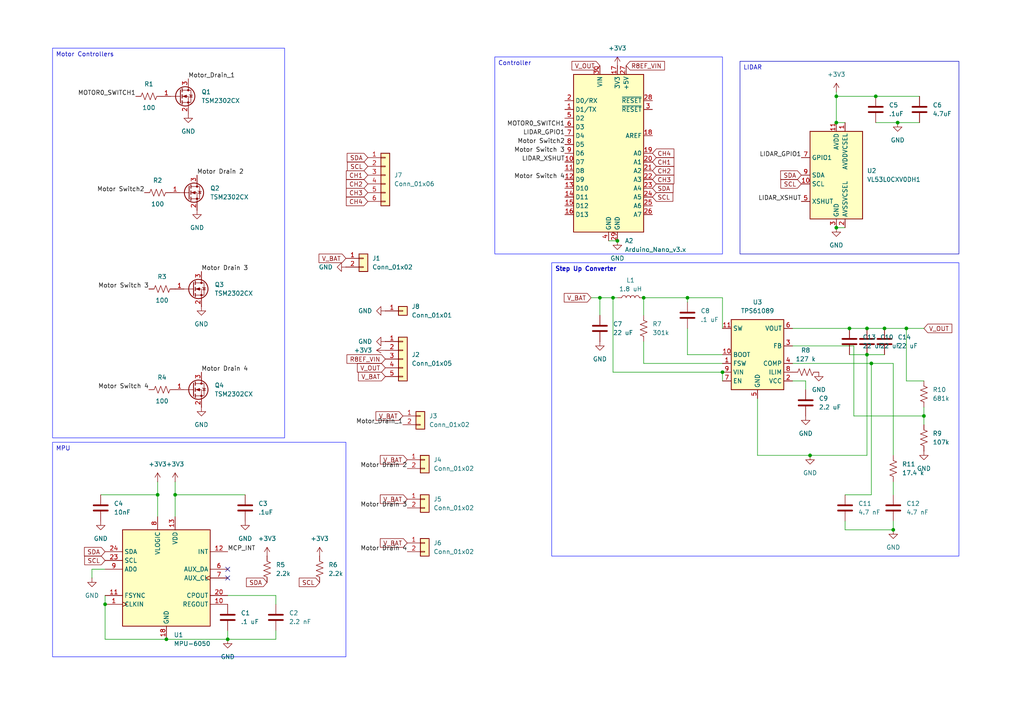
<source format=kicad_sch>
(kicad_sch (version 20250114) (generator "eeschema") (generator_version "9.0")
  (paper "A4")
  (lib_symbols
    (symbol "Connector_Generic:Conn_01x01" (pin_names (offset 1.016) (hide yes))
      (property "Reference" "J" (at 0 2.54 0))
      (property "Value" "Conn_01x01" (at 0 -2.54 0))
      (symbol "Conn_01x01_1_1"
        (rectangle (start -1.27 1.27) (end 1.27 -1.27) (stroke (width 0.254)) (fill (type background)))
        (rectangle (start -1.27 0.127) (end 0 -0.127) (stroke (width 0.1524)))
        (pin passive line (at -5.08 0 0) (length 3.81) (name "Pin_1") (number "1"))
      )
    )
    (symbol "Connector_Generic:Conn_01x02" (pin_names (offset 1.016) (hide yes))
      (property "Reference" "J" (at 0 2.54 0))
      (property "Value" "Conn_01x02" (at 0 -5.08 0))
      (symbol "Conn_01x02_1_1"
        (rectangle (start -1.27 1.27) (end 1.27 -3.81) (stroke (width 0.254)) (fill (type background)))
        (rectangle (start -1.27 0.127) (end 0 -0.127) (stroke (width 0.1524)))
        (rectangle (start -1.27 -2.413) (end 0 -2.667) (stroke (width 0.1524)))
        (pin passive line (at -5.08 0 0) (length 3.81) (name "Pin_1") (number "1"))
        (pin passive line (at -5.08 -2.54 0) (length 3.81) (name "Pin_2") (number "2"))
      )
    )
    (symbol "Connector_Generic:Conn_01x05" (pin_names (offset 1.016) (hide yes))
      (property "Reference" "J" (at 0 7.62 0))
      (property "Value" "Conn_01x05" (at 0 -7.62 0))
      (symbol "Conn_01x05_1_1"
        (rectangle (start -1.27 6.35) (end 1.27 -6.35) (stroke (width 0.254)) (fill (type background)))
        (rectangle (start -1.27 5.207) (end 0 4.953) (stroke (width 0.1524)))
        (rectangle (start -1.27 2.667) (end 0 2.413) (stroke (width 0.1524)))
        (rectangle (start -1.27 0.127) (end 0 -0.127) (stroke (width 0.1524)))
        (rectangle (start -1.27 -2.413) (end 0 -2.667) (stroke (width 0.1524)))
        (rectangle (start -1.27 -4.953) (end 0 -5.207) (stroke (width 0.1524)))
        (pin passive line (at -5.08 5.08 0) (length 3.81) (name "Pin_1") (number "1"))
        (pin passive line (at -5.08 2.54 0) (length 3.81) (name "Pin_2") (number "2"))
        (pin passive line (at -5.08 0 0) (length 3.81) (name "Pin_3") (number "3"))
        (pin passive line (at -5.08 -2.54 0) (length 3.81) (name "Pin_4") (number "4"))
        (pin passive line (at -5.08 -5.08 0) (length 3.81) (name "Pin_5") (number "5"))
      )
    )
    (symbol "Connector_Generic:Conn_01x06" (pin_names (offset 1.016) (hide yes))
      (property "Reference" "J" (at 0 7.62 0))
      (property "Value" "Conn_01x06" (at 0 -10.16 0))
      (symbol "Conn_01x06_1_1"
        (rectangle (start -1.27 6.35) (end 1.27 -8.89) (stroke (width 0.254)) (fill (type background)))
        (rectangle (start -1.27 5.207) (end 0 4.953) (stroke (width 0.1524)))
        (rectangle (start -1.27 2.667) (end 0 2.413) (stroke (width 0.1524)))
        (rectangle (start -1.27 0.127) (end 0 -0.127) (stroke (width 0.1524)))
        (rectangle (start -1.27 -2.413) (end 0 -2.667) (stroke (width 0.1524)))
        (rectangle (start -1.27 -4.953) (end 0 -5.207) (stroke (width 0.1524)))
        (rectangle (start -1.27 -7.493) (end 0 -7.747) (stroke (width 0.1524)))
        (pin passive line (at -5.08 5.08 0) (length 3.81) (name "Pin_1") (number "1"))
        (pin passive line (at -5.08 2.54 0) (length 3.81) (name "Pin_2") (number "2"))
        (pin passive line (at -5.08 0 0) (length 3.81) (name "Pin_3") (number "3"))
        (pin passive line (at -5.08 -2.54 0) (length 3.81) (name "Pin_4") (number "4"))
        (pin passive line (at -5.08 -5.08 0) (length 3.81) (name "Pin_5") (number "5"))
        (pin passive line (at -5.08 -7.62 0) (length 3.81) (name "Pin_6") (number "6"))
      )
    )
    (symbol "Device:C" (pin_numbers (hide yes)) (pin_names (offset 0.254))
      (property "Reference" "C" (at 0.635 2.54 0))
      (property "Value" "C" (at 0.635 -2.54 0))
      (symbol "C_0_1"
        (polyline (pts (xy -2.032 0.762) (xy 2.032 0.762)) (stroke (width 0.508)))
        (polyline (pts (xy -2.032 -0.762) (xy 2.032 -0.762)) (stroke (width 0.508)))
      )
      (symbol "C_1_1"
        (pin passive line (at 0 3.81 270) (length 2.794) (name "~") (number "1"))
        (pin passive line (at 0 -3.81 90) (length 2.794) (name "~") (number "2"))
      )
    )
    (symbol "Device:L" (pin_numbers (hide yes)) (pin_names (offset 1.016) (hide yes))
      (property "Reference" "L" (at -1.27 0 90))
      (property "Value" "L" (at 1.905 0 90))
      (symbol "L_0_1"
        (arc (start 0 2.54) (mid 0.6323 1.905) (end 0 1.27))
        (arc (start 0 1.27) (mid 0.6323 0.635) (end 0 0))
        (arc (start 0 0) (mid 0.6323 -0.635) (end 0 -1.27))
        (arc (start 0 -1.27) (mid 0.6323 -1.905) (end 0 -2.54))
      )
      (symbol "L_1_1"
        (pin passive line (at 0 3.81 270) (length 1.27) (name "1") (number "1"))
        (pin passive line (at 0 -3.81 90) (length 1.27) (name "2") (number "2"))
      )
    )
    (symbol "Device:R_US" (pin_numbers (hide yes)) (pin_names (offset 0))
      (property "Reference" "R" (at 2.54 0 90))
      (property "Value" "R_US" (at -2.54 0 90))
      (symbol "R_US_0_1"
        (polyline (pts (xy 0 2.286) (xy 0 2.54)))
        (polyline (pts (xy 0 2.286) (xy 1.016 1.905) (xy 0 1.524) (xy -1.016 1.143) (xy 0 0.762)))
        (polyline (pts (xy 0 0.762) (xy 1.016 0.381) (xy 0 0) (xy -1.016 -0.381) (xy 0 -0.762)))
        (polyline (pts (xy 0 -0.762) (xy 1.016 -1.143) (xy 0 -1.524) (xy -1.016 -1.905) (xy 0 -2.286)))
        (polyline (pts (xy 0 -2.286) (xy 0 -2.54)))
      )
      (symbol "R_US_1_1"
        (pin passive line (at 0 3.81 270) (length 1.27) (name "~") (number "1"))
        (pin passive line (at 0 -3.81 90) (length 1.27) (name "~") (number "2"))
      )
    )
    (symbol "MCU_Module:Arduino_Nano_v3.x"
      (property "Reference" "A" (at -10.16 23.495 0))
      (property "Value" "Arduino_Nano_v3.x" (at 5.08 -24.13 0))
      (symbol "Arduino_Nano_v3.x_0_1"
        (rectangle (start -10.16 22.86) (end 10.16 -22.86) (stroke (width 0.254)) (fill (type background)))
      )
      (symbol "Arduino_Nano_v3.x_1_1"
        (pin bidirectional line (at -12.7 15.24 0) (length 2.54) (name "D0/RX") (number "2"))
        (pin bidirectional line (at -12.7 12.7 0) (length 2.54) (name "D1/TX") (number "1"))
        (pin bidirectional line (at -12.7 10.16 0) (length 2.54) (name "D2") (number "5"))
        (pin bidirectional line (at -12.7 7.62 0) (length 2.54) (name "D3") (number "6"))
        (pin bidirectional line (at -12.7 5.08 0) (length 2.54) (name "D4") (number "7"))
        (pin bidirectional line (at -12.7 2.54 0) (length 2.54) (name "D5") (number "8"))
        (pin bidirectional line (at -12.7 0 0) (length 2.54) (name "D6") (number "9"))
        (pin bidirectional line (at -12.7 -2.54 0) (length 2.54) (name "D7") (number "10"))
        (pin bidirectional line (at -12.7 -5.08 0) (length 2.54) (name "D8") (number "11"))
        (pin bidirectional line (at -12.7 -7.62 0) (length 2.54) (name "D9") (number "12"))
        (pin bidirectional line (at -12.7 -10.16 0) (length 2.54) (name "D10") (number "13"))
        (pin bidirectional line (at -12.7 -12.7 0) (length 2.54) (name "D11") (number "14"))
        (pin bidirectional line (at -12.7 -15.24 0) (length 2.54) (name "D12") (number "15"))
        (pin bidirectional line (at -12.7 -17.78 0) (length 2.54) (name "D13") (number "16"))
        (pin power_in line (at -2.54 25.4 270) (length 2.54) (name "VIN") (number "30"))
        (pin power_in line (at 0 -25.4 90) (length 2.54) (name "GND") (number "4"))
        (pin power_out line (at 2.54 25.4 270) (length 2.54) (name "3V3") (number "17"))
        (pin power_in line (at 2.54 -25.4 90) (length 2.54) (name "GND") (number "29"))
        (pin power_out line (at 5.08 25.4 270) (length 2.54) (name "+5V") (number "27"))
        (pin input line (at 12.7 15.24 180) (length 2.54) (name "~{RESET}") (number "28"))
        (pin input line (at 12.7 12.7 180) (length 2.54) (name "~{RESET}") (number "3"))
        (pin input line (at 12.7 5.08 180) (length 2.54) (name "AREF") (number "18"))
        (pin bidirectional line (at 12.7 0 180) (length 2.54) (name "A0") (number "19"))
        (pin bidirectional line (at 12.7 -2.54 180) (length 2.54) (name "A1") (number "20"))
        (pin bidirectional line (at 12.7 -5.08 180) (length 2.54) (name "A2") (number "21"))
        (pin bidirectional line (at 12.7 -7.62 180) (length 2.54) (name "A3") (number "22"))
        (pin bidirectional line (at 12.7 -10.16 180) (length 2.54) (name "A4") (number "23"))
        (pin bidirectional line (at 12.7 -12.7 180) (length 2.54) (name "A5") (number "24"))
        (pin bidirectional line (at 12.7 -15.24 180) (length 2.54) (name "A6") (number "25"))
        (pin bidirectional line (at 12.7 -17.78 180) (length 2.54) (name "A7") (number "26"))
      )
    )
    (symbol "Regulator_Switching:TPS61089"
      (property "Reference" "U" (at -6.35 11.43 0))
      (property "Value" "TPS61089" (at 6.35 11.43 0))
      (symbol "TPS61089_0_1"
        (rectangle (start -7.62 10.16) (end 7.62 -10.16) (stroke (width 0.254)) (fill (type background)))
      )
      (symbol "TPS61089_1_1"
        (pin input line (at -10.16 7.62 0) (length 2.54) (name "SW") (number "11"))
        (pin passive line (at -10.16 0 0) (length 2.54) (name "BOOT") (number "10"))
        (pin passive line (at -10.16 -2.54 0) (length 2.54) (name "FSW") (number "1"))
        (pin power_in line (at -10.16 -5.08 0) (length 2.54) (name "VIN") (number "9"))
        (pin input line (at -10.16 -7.62 0) (length 2.54) (name "EN") (number "7"))
        (pin power_in line (at 0 -12.7 90) (length 2.54) (name "GND") (number "5"))
        (pin power_out line (at 10.16 7.62 180) (length 2.54) (name "VOUT") (number "6"))
        (pin input line (at 10.16 2.54 180) (length 2.54) (name "FB") (number "3"))
        (pin passive line (at 10.16 -2.54 180) (length 2.54) (name "COMP") (number "4"))
        (pin passive line (at 10.16 -5.08 180) (length 2.54) (name "ILIM") (number "8"))
        (pin passive line (at 10.16 -7.62 180) (length 2.54) (name "VCC") (number "2"))
      )
    )
    (symbol "Sensor_Distance:VL53L0CXV0DH1"
      (property "Reference" "U" (at -6.35 13.97 0))
      (property "Value" "VL53L0CXV0DH1" (at 12.065 13.97 0))
      (symbol "VL53L0CXV0DH1_0_1"
        (rectangle (start -7.62 12.7) (end 7.62 -12.7) (stroke (width 0.254)) (fill (type background)))
      )
      (symbol "VL53L0CXV0DH1_1_1"
        (pin open_collector line (at -10.16 5.08 0) (length 2.54) (name "GPIO1") (number "7"))
        (pin bidirectional line (at -10.16 0 0) (length 2.54) (name "SDA") (number "9"))
        (pin input line (at -10.16 -2.54 0) (length 2.54) (name "SCL") (number "10"))
        (pin input line (at -10.16 -7.62 0) (length 2.54) (name "XSHUT") (number "5"))
        (pin no_connect line (at -7.62 7.62 0) (length 2.54) (hide yes) (name "DNC") (number "8"))
        (pin power_in line (at 0 15.24 270) (length 2.54) (name "AVDD") (number "11"))
        (pin passive line (at 0 -15.24 90) (length 2.54) (hide yes) (name "GND") (number "12"))
        (pin power_in line (at 0 -15.24 90) (length 2.54) (name "GND") (number "3"))
        (pin passive line (at 0 -15.24 90) (length 2.54) (hide yes) (name "GND") (number "4"))
        (pin passive line (at 0 -15.24 90) (length 2.54) (hide yes) (name "GND") (number "6"))
        (pin power_in line (at 2.54 15.24 270) (length 2.54) (name "AVDDVCSEL") (number "1"))
        (pin power_in line (at 2.54 -15.24 90) (length 2.54) (name "AVSSVCSEL") (number "2"))
      )
    )
    (symbol "Sensor_Motion:MPU-6050"
      (property "Reference" "U" (at -11.43 13.97 0))
      (property "Value" "MPU-6050" (at 7.62 -15.24 0))
      (symbol "MPU-6050_0_0"
        (text "" (at 12.7 -2.54 0) (effects (font (size 1.27 1.27))))
      )
      (symbol "MPU-6050_0_1"
        (rectangle (start -12.7 13.97) (end 12.7 -13.97) (stroke (width 0.254)) (fill (type background)))
      )
      (symbol "MPU-6050_1_1"
        (pin bidirectional line (at -17.78 7.62 0) (length 5.08) (name "SDA") (number "24"))
        (pin input line (at -17.78 5.08 0) (length 5.08) (name "SCL") (number "23"))
        (pin input line (at -17.78 2.54 0) (length 5.08) (name "AD0") (number "9"))
        (pin input line (at -17.78 -5.08 0) (length 5.08) (name "FSYNC") (number "11"))
        (pin input clock (at -17.78 -7.62 0) (length 5.08) (name "CLKIN") (number "1"))
        (pin no_connect line (at -12.7 12.7 0) (length 2.54) (hide yes) (name "NC") (number "2"))
        (pin no_connect line (at -12.7 10.16 0) (length 2.54) (hide yes) (name "NC") (number "3"))
        (pin no_connect line (at -12.7 0 0) (length 2.54) (hide yes) (name "NC") (number "4"))
        (pin no_connect line (at -12.7 -2.54 0) (length 2.54) (hide yes) (name "NC") (number "5"))
        (pin no_connect line (at -12.7 -10.16 0) (length 2.54) (hide yes) (name "NC") (number "14"))
        (pin power_in line (at -2.54 17.78 270) (length 3.81) (name "VLOGIC") (number "8"))
        (pin power_in line (at 0 -17.78 90) (length 3.81) (name "GND") (number "18"))
        (pin power_in line (at 2.54 17.78 270) (length 3.81) (name "VDD") (number "13"))
        (pin no_connect line (at 12.7 12.7 180) (length 2.54) (hide yes) (name "NC") (number "15"))
        (pin no_connect line (at 12.7 10.16 180) (length 2.54) (hide yes) (name "NC") (number "16"))
        (pin no_connect line (at 12.7 5.08 180) (length 2.54) (hide yes) (name "NC") (number "17"))
        (pin no_connect line (at 12.7 -2.54 180) (length 2.54) (hide yes) (name "RESV") (number "21"))
        (pin no_connect line (at 12.7 -10.16 180) (length 2.54) (hide yes) (name "RESV") (number "19"))
        (pin no_connect line (at 12.7 -12.7 180) (length 2.54) (hide yes) (name "RESV") (number "22"))
        (pin output line (at 17.78 7.62 180) (length 5.08) (name "INT") (number "12"))
        (pin bidirectional line (at 17.78 2.54 180) (length 5.08) (name "AUX_DA") (number "6"))
        (pin output clock (at 17.78 0 180) (length 5.08) (name "AUX_CL") (number "7"))
        (pin passive line (at 17.78 -5.08 180) (length 5.08) (name "CPOUT") (number "20"))
        (pin passive line (at 17.78 -7.62 180) (length 5.08) (name "REGOUT") (number "10"))
      )
    )
    (symbol "Transistor_FET:TSM2302CX" (pin_names (hide yes))
      (property "Reference" "Q" (at 5.08 1.905 0))
      (property "Value" "TSM2302CX" (at 5.08 0 0))
      (symbol "TSM2302CX_0_1"
        (polyline (pts (xy 0.254 1.905) (xy 0.254 -1.905)) (stroke (width 0.254)))
        (polyline (pts (xy 0.254 0) (xy -2.54 0)))
        (polyline (pts (xy 0.762 2.286) (xy 0.762 1.27)) (stroke (width 0.254)))
        (polyline (pts (xy 0.762 0.508) (xy 0.762 -0.508)) (stroke (width 0.254)))
        (polyline (pts (xy 0.762 -1.27) (xy 0.762 -2.286)) (stroke (width 0.254)))
        (polyline (pts (xy 0.762 -1.778) (xy 3.302 -1.778) (xy 3.302 1.778) (xy 0.762 1.778)))
        (polyline (pts (xy 1.016 0) (xy 2.032 0.381) (xy 2.032 -0.381) (xy 1.016 0)) (fill (type outline)))
        (circle (center 1.651 0) (radius 2.794) (stroke (width 0.254)))
        (polyline (pts (xy 2.54 2.54) (xy 2.54 1.778)))
        (circle (center 2.54 1.778) (radius 0.254) (fill (type outline)))
        (circle (center 2.54 -1.778) (radius 0.254) (fill (type outline)))
        (polyline (pts (xy 2.54 -2.54) (xy 2.54 0) (xy 0.762 0)))
        (polyline (pts (xy 2.794 0.508) (xy 2.921 0.381) (xy 3.683 0.381) (xy 3.81 0.254)))
        (polyline (pts (xy 3.302 0.381) (xy 2.921 -0.254) (xy 3.683 -0.254) (xy 3.302 0.381)))
      )
      (symbol "TSM2302CX_1_1"
        (pin input line (at -5.08 0 0) (length 2.54) (name "G") (number "1"))
        (pin passive line (at 2.54 5.08 270) (length 2.54) (name "D") (number "3"))
        (pin passive line (at 2.54 -5.08 90) (length 2.54) (name "S") (number "2"))
      )
    )
    (symbol "power:+3V3" (power) (pin_numbers (hide yes)) (pin_names (offset 0) (hide yes))
      (property "Value" "+3V3" (at 0 3.556 0))
      (symbol "+3V3_0_1"
        (polyline (pts (xy -0.762 1.27) (xy 0 2.54)))
        (polyline (pts (xy 0 2.54) (xy 0.762 1.27)))
        (polyline (pts (xy 0 0) (xy 0 2.54)))
      )
      (symbol "+3V3_1_1"
        (pin power_in line (at 0 0 90) (length 0) (name "~") (number "1"))
      )
    )
    (symbol "power:GND" (power) (pin_numbers (hide yes)) (pin_names (offset 0) (hide yes))
      (property "Value" "GND" (at 0 -3.81 0))
      (symbol "GND_0_1"
        (polyline (pts (xy 0 0) (xy 0 -1.27) (xy 1.27 -1.27) (xy 0 -2.54) (xy -1.27 -1.27) (xy 0 -1.27)))
      )
      (symbol "GND_1_1"
        (pin power_in line (at 0 0 270) (length 0) (name "~") (number "1"))
      )
    )
  )
  (text_box "Step Up Converter" (at 160.02 76.2 0) (size 118.11 85.09) (margins 0.9525 0.9525 0.9525 0.9525) (stroke (width 0) (color 28 33 255 1)) (effects (font (size 1.27 1.27) (thickness 0.254) (bold yes)) (justify left top)))
  (text_box "Controller" (at 143.51 16.51 0) (size 66.04 57.15) (margins 0.9525 0.9525 0.9525 0.9525) (stroke (width 0) (color 28 33 255 1)) (effects (font (size 1.27 1.27)) (justify left top)))
  (text_box "MPU" (at 15.24 128.27 0) (size 85.09 62.23) (margins 0.9525 0.9525 0.9525 0.9525) (stroke (width 0) (color 28 33 255 1)) (effects (font (size 1.27 1.27)) (justify left top)))
  (text_box "LIDAR" (at 214.63 17.78 0) (size 63.5 55.88) (margins 0.9525 0.9525 0.9525 0.9525) (effects (font (size 1.27 1.27)) (justify left top)))
  (text_box "Motor Controllers" (at 15.24 13.97 0) (size 67.31 113.03) (margins 0.9525 0.9525 0.9525 0.9525) (stroke (width 0) (color 28 33 255 1)) (effects (font (size 1.27 1.27)) (justify left top)))
  (junction (at 242.57 35.56))
  (junction (at 252.73 105.41))
  (junction (at 267.97 120.65))
  (junction (at 177.8 86.36))
  (junction (at 199.39 86.36))
  (junction (at 50.8 143.51))
  (junction (at 251.46 95.25))
  (junction (at 234.95 132.08))
  (junction (at 256.54 95.25))
  (junction (at 173.99 86.36))
  (junction (at 48.26 185.42))
  (junction (at 242.57 66.04))
  (junction (at 262.89 95.25))
  (junction (at 260.35 35.56))
  (junction (at 259.08 153.67))
  (junction (at 66.04 185.42))
  (junction (at 242.57 27.94))
  (junction (at 45.72 143.51))
  (junction (at 179.07 69.85))
  (junction (at 209.55 107.95))
  (junction (at 30.48 175.26))
  (junction (at 251.46 102.87))
  (junction (at 186.69 86.36))
  (junction (at 246.38 95.25))
  (junction (at 254 27.94))
  (no_connect (at 66.04 167.64))
  (no_connect (at 66.04 165.1))
  (wire (pts (xy 254 35.56) (xy 260.35 35.56)))
  (wire (pts (xy 176.53 69.85) (xy 179.07 69.85)))
  (wire (pts (xy 233.68 110.49) (xy 233.68 113.03)))
  (wire (pts (xy 66.04 185.42) (xy 48.26 185.42)))
  (wire (pts (xy 219.71 115.57) (xy 219.71 132.08)))
  (wire (pts (xy 30.48 165.1) (xy 26.67 165.1)))
  (wire (pts (xy 242.57 27.94) (xy 242.57 35.56)))
  (wire (pts (xy 209.55 95.25) (xy 209.55 86.36)))
  (wire (pts (xy 45.72 139.7) (xy 45.72 143.51)))
  (wire (pts (xy 199.39 87.63) (xy 199.39 86.36)))
  (wire (pts (xy 245.11 153.67) (xy 259.08 153.67)))
  (wire (pts (xy 219.71 132.08) (xy 234.95 132.08)))
  (wire (pts (xy 259.08 105.41) (xy 259.08 132.08)))
  (wire (pts (xy 29.21 143.51) (xy 45.72 143.51)))
  (wire (pts (xy 50.8 143.51) (xy 71.12 143.51)))
  (wire (pts (xy 247.65 120.65) (xy 267.97 120.65)))
  (wire (pts (xy 45.72 143.51) (xy 45.72 149.86)))
  (wire (pts (xy 262.89 110.49) (xy 262.89 95.25)))
  (wire (pts (xy 209.55 86.36) (xy 199.39 86.36)))
  (wire (pts (xy 251.46 102.87) (xy 251.46 132.08)))
  (wire (pts (xy 242.57 27.94) (xy 254 27.94)))
  (wire (pts (xy 256.54 95.25) (xy 262.89 95.25)))
  (wire (pts (xy 267.97 110.49) (xy 262.89 110.49)))
  (wire (pts (xy 50.8 143.51) (xy 50.8 149.86)))
  (wire (pts (xy 267.97 118.11) (xy 267.97 120.65)))
  (wire (pts (xy 252.73 105.41) (xy 259.08 105.41)))
  (wire (pts (xy 80.01 182.88) (xy 80.01 185.42)))
  (wire (pts (xy 229.87 95.25) (xy 246.38 95.25)))
  (wire (pts (xy 245.11 143.51) (xy 252.73 143.51)))
  (wire (pts (xy 186.69 86.36) (xy 186.69 91.44)))
  (wire (pts (xy 259.08 139.7) (xy 259.08 143.51)))
  (wire (pts (xy 229.87 110.49) (xy 233.68 110.49)))
  (wire (pts (xy 246.38 95.25) (xy 251.46 95.25)))
  (wire (pts (xy 251.46 95.25) (xy 256.54 95.25)))
  (wire (pts (xy 66.04 172.72) (xy 80.01 172.72)))
  (wire (pts (xy 229.87 100.33) (xy 247.65 100.33)))
  (wire (pts (xy 199.39 86.36) (xy 186.69 86.36)))
  (wire (pts (xy 199.39 95.25) (xy 199.39 102.87)))
  (wire (pts (xy 246.38 102.87) (xy 251.46 102.87)))
  (wire (pts (xy 199.39 102.87) (xy 209.55 102.87)))
  (wire (pts (xy 80.01 185.42) (xy 66.04 185.42)))
  (wire (pts (xy 242.57 66.04) (xy 245.11 66.04)))
  (wire (pts (xy 177.8 107.95) (xy 177.8 86.36)))
  (wire (pts (xy 177.8 86.36) (xy 179.07 86.36)))
  (wire (pts (xy 209.55 107.95) (xy 177.8 107.95)))
  (wire (pts (xy 209.55 107.95) (xy 209.55 110.49)))
  (wire (pts (xy 242.57 35.56) (xy 245.11 35.56)))
  (wire (pts (xy 173.99 86.36) (xy 177.8 86.36)))
  (wire (pts (xy 171.45 86.36) (xy 173.99 86.36)))
  (wire (pts (xy 30.48 172.72) (xy 30.48 175.26)))
  (wire (pts (xy 245.11 151.13) (xy 245.11 153.67)))
  (wire (pts (xy 66.04 182.88) (xy 66.04 185.42)))
  (wire (pts (xy 30.48 185.42) (xy 48.26 185.42)))
  (wire (pts (xy 254 27.94) (xy 266.7 27.94)))
  (wire (pts (xy 26.67 165.1) (xy 26.67 167.64)))
  (wire (pts (xy 262.89 95.25) (xy 267.97 95.25)))
  (wire (pts (xy 50.8 139.7) (xy 50.8 143.51)))
  (wire (pts (xy 252.73 143.51) (xy 252.73 105.41)))
  (wire (pts (xy 30.48 175.26) (xy 30.48 185.42)))
  (wire (pts (xy 267.97 120.65) (xy 267.97 123.19)))
  (wire (pts (xy 173.99 86.36) (xy 173.99 91.44)))
  (wire (pts (xy 186.69 99.06) (xy 186.69 105.41)))
  (wire (pts (xy 251.46 102.87) (xy 256.54 102.87)))
  (wire (pts (xy 234.95 132.08) (xy 251.46 132.08)))
  (wire (pts (xy 80.01 172.72) (xy 80.01 175.26)))
  (wire (pts (xy 260.35 35.56) (xy 266.7 35.56)))
  (wire (pts (xy 229.87 105.41) (xy 252.73 105.41)))
  (wire (pts (xy 186.69 105.41) (xy 209.55 105.41)))
  (wire (pts (xy 259.08 153.67) (xy 259.08 151.13)))
  (wire (pts (xy 242.57 26.67) (xy 242.57 27.94)))
  (wire (pts (xy 247.65 100.33) (xy 247.65 120.65)))
  (label "Motor Drain 2" (at 57.15 50.8 0))
  (label "Motor Drain 4" (at 58.42 107.95 0))
  (label "Motor Drain 3" (at 58.42 78.74 0))
  (label "Motor Switch2" (at 41.91 55.88 180))
  (label "Motor Switch 3" (at 43.18 83.82 180))
  (label "MOTOR0_SWITCH1" (at 39.37 27.94 180))
  (label "LIDAR_XSHUT" (at 163.83 46.99 180))
  (label "LIDAR_GPIO1" (at 163.83 39.37 180))
  (label "Motor Drain 3" (at 118.11 147.32 180))
  (label "Motor Switch 4" (at 163.83 52.07 180))
  (label "Motor Drain 2" (at 118.11 135.89 180))
  (label "Motor Drain 4" (at 118.11 160.02 180))
  (label "Motor Switch 4" (at 43.18 113.03 180))
  (label "LIDAR_XSHUT" (at 232.41 58.42 180))
  (label "Motor_Drain_1" (at 116.84 123.19 180))
  (label "Motor_Drain_1" (at 54.61 22.86 0))
  (label "LIDAR_GPIO1" (at 232.41 45.72 180))
  (label "MCP_INT" (at 66.04 160.02 0))
  (label "MOTOR0_SWITCH1" (at 163.83 36.83 180))
  (label "Motor Switch2" (at 163.83 41.91 180))
  (label "Motor Switch 3" (at 163.83 44.45 180))
  (global_label "CH2" (shape input) (at 106.68 53.34 180) (property "Intersheetrefs" "${INTERSHEET_REFS}" (effects (hide yes))))
  (global_label "CH1" (shape input) (at 106.68 50.8 180) (property "Intersheetrefs" "${INTERSHEET_REFS}" (effects (hide yes))))
  (global_label "SCL" (shape input) (at 30.48 162.56 180) (property "Intersheetrefs" "${INTERSHEET_REFS}" (effects (hide yes))))
  (global_label "V_BAT" (shape input) (at 111.76 109.22 180) (property "Intersheetrefs" "${INTERSHEET_REFS}" (effects (hide yes))))
  (global_label "CH3" (shape input) (at 189.23 52.07 0) (property "Intersheetrefs" "${INTERSHEET_REFS}" (effects (hide yes))))
  (global_label "CH3" (shape input) (at 106.68 55.88 180) (property "Intersheetrefs" "${INTERSHEET_REFS}" (effects (hide yes))))
  (global_label "V_BAT" (shape input) (at 100.33 74.93 180) (property "Intersheetrefs" "${INTERSHEET_REFS}" (effects (hide yes))))
  (global_label "SDA" (shape input) (at 77.47 168.91 180) (property "Intersheetrefs" "${INTERSHEET_REFS}" (effects (hide yes))))
  (global_label "SCL" (shape input) (at 232.41 53.34 180) (property "Intersheetrefs" "${INTERSHEET_REFS}" (effects (hide yes))))
  (global_label "SCL" (shape input) (at 106.68 48.26 180) (property "Intersheetrefs" "${INTERSHEET_REFS}" (effects (hide yes))))
  (global_label "CH4" (shape input) (at 106.68 58.42 180) (property "Intersheetrefs" "${INTERSHEET_REFS}" (effects (hide yes))))
  (global_label "SDA" (shape input) (at 189.23 54.61 0) (property "Intersheetrefs" "${INTERSHEET_REFS}" (effects (hide yes))))
  (global_label "SDA" (shape input) (at 106.68 45.72 180) (property "Intersheetrefs" "${INTERSHEET_REFS}" (effects (hide yes))))
  (global_label "V_BAT" (shape input) (at 118.11 157.48 180) (property "Intersheetrefs" "${INTERSHEET_REFS}" (effects (hide yes))))
  (global_label "V_OUT" (shape input) (at 173.99 19.05 180) (property "Intersheetrefs" "${INTERSHEET_REFS}" (effects (hide yes))))
  (global_label "V_OUT" (shape input) (at 267.97 95.25 0) (property "Intersheetrefs" "${INTERSHEET_REFS}" (effects (hide yes))))
  (global_label "SCL" (shape input) (at 92.71 168.91 180) (property "Intersheetrefs" "${INTERSHEET_REFS}" (effects (hide yes))))
  (global_label "V_BAT" (shape input) (at 116.84 120.65 180) (property "Intersheetrefs" "${INTERSHEET_REFS}" (effects (hide yes))))
  (global_label "R8EF_VIN" (shape input) (at 111.76 104.14 180) (property "Intersheetrefs" "${INTERSHEET_REFS}" (effects (hide yes))))
  (global_label "SDA" (shape input) (at 232.41 50.8 180) (property "Intersheetrefs" "${INTERSHEET_REFS}" (effects (hide yes))))
  (global_label "V_BAT" (shape input) (at 171.45 86.36 180) (property "Intersheetrefs" "${INTERSHEET_REFS}" (effects (hide yes))))
  (global_label "V_BAT" (shape input) (at 118.11 144.78 180) (property "Intersheetrefs" "${INTERSHEET_REFS}" (effects (hide yes))))
  (global_label "CH2" (shape input) (at 189.23 49.53 0) (property "Intersheetrefs" "${INTERSHEET_REFS}" (effects (hide yes))))
  (global_label "V_BAT" (shape input) (at 118.11 133.35 180) (property "Intersheetrefs" "${INTERSHEET_REFS}" (effects (hide yes))))
  (global_label "SCL" (shape input) (at 189.23 57.15 0) (property "Intersheetrefs" "${INTERSHEET_REFS}" (effects (hide yes))))
  (global_label "V_OUT" (shape input) (at 111.76 106.68 180) (property "Intersheetrefs" "${INTERSHEET_REFS}" (effects (hide yes))))
  (global_label "SDA" (shape input) (at 30.48 160.02 180) (property "Intersheetrefs" "${INTERSHEET_REFS}" (effects (hide yes))))
  (global_label "CH4" (shape input) (at 189.23 44.45 0) (property "Intersheetrefs" "${INTERSHEET_REFS}" (effects (hide yes))))
  (global_label "R8EF_VIN" (shape input) (at 181.61 19.05 0) (property "Intersheetrefs" "${INTERSHEET_REFS}" (effects (hide yes))))
  (global_label "CH1" (shape input) (at 189.23 46.99 0) (property "Intersheetrefs" "${INTERSHEET_REFS}" (effects (hide yes))))
  (symbol (lib_id "power:GND") (at 267.97 130.81 0) (unit 1)
    (property "Reference" "#PWR019" (effects (hide yes)))
    (property "Value" "GND" (at 267.97 135.89 0))
    (property "Description" "Power symbol creates a global label with name \"GND\" , ground" (effects (hide yes)))
  )
  (symbol (lib_id "Device:R_US") (at 259.08 135.89 0) (unit 1)
    (property "Reference" "R11" (at 261.62 134.6199 0) (effects (justify left)))
    (property "Value" "17.4 k" (at 261.62 137.1599 0) (effects (justify left)))
    (property "Footprint" "Resistor_SMD:R_0603_1608Metric" (effects (hide yes)))
    (property "Description" "Resistor, US symbol" (effects (hide yes)))
  )
  (symbol (lib_id "power:GND") (at 234.95 132.08 0) (unit 1)
    (property "Reference" "#PWR016" (effects (hide yes)))
    (property "Value" "GND" (at 234.95 137.16 0))
    (property "Description" "Power symbol creates a global label with name \"GND\" , ground" (effects (hide yes)))
  )
  (symbol (lib_id "power:GND") (at 58.42 118.11 0) (unit 1)
    (property "Reference" "#PWR04" (effects (hide yes)))
    (property "Value" "GND" (at 58.42 123.19 0))
    (property "Description" "Power symbol creates a global label with name \"GND\" , ground" (effects (hide yes)))
  )
  (symbol (lib_id "Device:C") (at 259.08 147.32 0) (unit 1)
    (property "Reference" "C12" (at 262.89 146.0499 0) (effects (justify left)))
    (property "Value" "4.7 nF" (at 262.89 148.5899 0) (effects (justify left)))
    (property "Footprint" "Capacitor_SMD:C_0603_1608Metric" (effects (hide yes)))
    (property "Description" "Unpolarized capacitor" (effects (hide yes)))
  )
  (symbol (lib_id "Device:R_US") (at 267.97 127 0) (unit 1)
    (property "Reference" "R9" (at 270.51 125.7299 0) (effects (justify left)))
    (property "Value" "107k" (at 270.51 128.2699 0) (effects (justify left)))
    (property "Footprint" "Resistor_SMD:R_0603_1608Metric" (effects (hide yes)))
    (property "Description" "Resistor, US symbol" (effects (hide yes)))
  )
  (symbol (lib_id "Sensor_Motion:MPU-6050") (at 48.26 167.64 0) (unit 1)
    (property "Reference" "U1" (at 50.4033 184.15 0) (effects (justify left)))
    (property "Value" "MPU-6050" (at 50.4033 186.69 0) (effects (justify left)))
    (property "Footprint" "Sensor_Motion:InvenSense_QFN-24_4x4mm_P0.5mm" (effects (hide yes)))
    (property "Datasheet" "https://invensense.tdk.com/wp-content/uploads/2015/02/MPU-6000-Datasheet1.pdf" (effects (hide yes)))
    (property "Description" "InvenSense 6-Axis Motion Sensor, Gyroscope, Accelerometer, I2C" (effects (hide yes)))
  )
  (symbol (lib_id "Transistor_FET:TSM2302CX") (at 55.88 83.82 0) (unit 1)
    (property "Reference" "Q3" (at 62.23 82.5499 0) (effects (justify left)))
    (property "Value" "TSM2302CX" (at 62.23 85.0899 0) (effects (justify left)))
    (property "Footprint" "Package_TO_SOT_SMD:SOT-23" (effects (hide yes)))
    (property "Datasheet" "https://www.taiwansemi.com/products/datasheet/TSM2302CX_E1608.pdf" (effects (hide yes)))
    (property "Description" "3.9A Id, 20V Vds, N-Channel MOSFET, SOT-23" (effects (hide yes)))
  )
  (symbol (lib_id "Device:C") (at 199.39 91.44 0) (unit 1)
    (property "Reference" "C8" (at 203.2 90.1699 0) (effects (justify left)))
    (property "Value" ".1 uF" (at 203.2 92.7099 0) (effects (justify left)))
    (property "Footprint" "Capacitor_SMD:C_0603_1608Metric" (effects (hide yes)))
    (property "Description" "Unpolarized capacitor" (effects (hide yes)))
  )
  (symbol (lib_id "power:GND") (at 242.57 66.04 0) (unit 1)
    (property "Reference" "#PWR012" (effects (hide yes)))
    (property "Value" "GND" (at 242.57 71.12 0))
    (property "Description" "Power symbol creates a global label with name \"GND\" , ground" (effects (hide yes)))
  )
  (symbol (lib_id "Device:R_US") (at 186.69 95.25 0) (unit 1)
    (property "Reference" "R7" (at 189.23 93.9799 0) (effects (justify left)))
    (property "Value" "301k" (at 189.23 96.5199 0) (effects (justify left)))
    (property "Footprint" "Resistor_SMD:R_0603_1608Metric" (effects (hide yes)))
    (property "Description" "Resistor, US symbol" (effects (hide yes)))
  )
  (symbol (lib_id "power:+3V3") (at 50.8 139.7 0) (unit 1)
    (property "Reference" "#PWR05" (effects (hide yes)))
    (property "Value" "+3V3" (at 50.8 134.62 0))
    (property "Description" "Power symbol creates a global label with name \"+3V3\"" (effects (hide yes)))
  )
  (symbol (lib_id "power:+3V3") (at 45.72 139.7 0) (unit 1)
    (property "Reference" "#PWR07" (effects (hide yes)))
    (property "Value" "+3V3" (at 45.72 134.62 0))
    (property "Description" "Power symbol creates a global label with name \"+3V3\"" (effects (hide yes)))
  )
  (symbol (lib_id "Device:R_US") (at 233.68 107.95 90) (unit 1)
    (property "Reference" "R8" (at 233.68 101.6 90))
    (property "Value" "127 k" (at 233.68 104.14 90))
    (property "Footprint" "Resistor_SMD:R_0603_1608Metric" (effects (hide yes)))
    (property "Description" "Resistor, US symbol" (effects (hide yes)))
  )
  (symbol (lib_id "power:GND") (at 260.35 35.56 0) (unit 1)
    (property "Reference" "#PWR014" (effects (hide yes)))
    (property "Value" "GND" (at 260.35 40.64 0))
    (property "Description" "Power symbol creates a global label with name \"GND\" , ground" (effects (hide yes)))
  )
  (symbol (lib_id "power:+3V3") (at 179.07 19.05 0) (unit 1)
    (property "Reference" "#PWR025" (effects (hide yes)))
    (property "Value" "+3V3" (at 179.07 13.97 0))
    (property "Description" "Power symbol creates a global label with name \"+3V3\"" (effects (hide yes)))
  )
  (symbol (lib_id "power:GND") (at 259.08 153.67 0) (unit 1)
    (property "Reference" "#PWR020" (effects (hide yes)))
    (property "Value" "GND" (at 259.08 158.75 0))
    (property "Description" "Power symbol creates a global label with name \"GND\" , ground" (effects (hide yes)))
  )
  (symbol (lib_id "Device:R_US") (at 267.97 114.3 0) (unit 1)
    (property "Reference" "R10" (at 270.51 113.0299 0) (effects (justify left)))
    (property "Value" "681k" (at 270.51 115.5699 0) (effects (justify left)))
    (property "Footprint" "Resistor_SMD:R_0603_1608Metric" (effects (hide yes)))
    (property "Description" "Resistor, US symbol" (effects (hide yes)))
  )
  (symbol (lib_id "Transistor_FET:TSM2302CX") (at 52.07 27.94 0) (unit 1)
    (property "Reference" "Q1" (at 58.42 26.6699 0) (effects (justify left)))
    (property "Value" "TSM2302CX" (at 58.42 29.2099 0) (effects (justify left)))
    (property "Footprint" "Package_TO_SOT_SMD:SOT-23" (effects (hide yes)))
    (property "Datasheet" "https://www.taiwansemi.com/products/datasheet/TSM2302CX_E1608.pdf" (effects (hide yes)))
    (property "Description" "3.9A Id, 20V Vds, N-Channel MOSFET, SOT-23" (effects (hide yes)))
  )
  (symbol (lib_id "Device:R_US") (at 92.71 165.1 0) (unit 1)
    (property "Reference" "R6" (at 95.25 163.8299 0) (effects (justify left)))
    (property "Value" "2.2k" (at 95.25 166.3699 0) (effects (justify left)))
    (property "Footprint" "Resistor_SMD:R_0603_1608Metric" (effects (hide yes)))
    (property "Description" "Resistor, US symbol" (effects (hide yes)))
  )
  (symbol (lib_id "power:+3V3") (at 77.47 161.29 0) (unit 1)
    (property "Reference" "#PWR010" (effects (hide yes)))
    (property "Value" "+3V3" (at 77.47 156.21 0))
    (property "Description" "Power symbol creates a global label with name \"+3V3\"" (effects (hide yes)))
  )
  (symbol (lib_id "Connector_Generic:Conn_01x02") (at 105.41 74.93 0) (unit 1)
    (property "Reference" "J1" (at 107.95 74.9299 0) (effects (justify left)))
    (property "Value" "Conn_01x02" (at 107.95 77.4699 0) (effects (justify left)))
    (property "Footprint" "Connector_JST:JST_PH_B2B-PH-K_1x02_P2.00mm_Vertical" (effects (hide yes)))
    (property "Description" "Generic connector, single row, 01x02, script generated (kicad-library-utils/schlib/autogen/connector/)" (effects (hide yes)))
  )
  (symbol (lib_id "Device:C") (at 173.99 95.25 0) (unit 1)
    (property "Reference" "C7" (at 177.8 93.9799 0) (effects (justify left)))
    (property "Value" "22 uF" (at 177.8 96.5199 0) (effects (justify left)))
    (property "Footprint" "Capacitor_SMD:C_0603_1608Metric" (effects (hide yes)))
    (property "Description" "Unpolarized capacitor" (effects (hide yes)))
  )
  (symbol (lib_id "Device:R_US") (at 45.72 55.88 90) (unit 1)
    (property "Reference" "R2" (at 45.72 52.324 90))
    (property "Value" "100" (at 45.72 59.182 90))
    (property "Footprint" "Resistor_SMD:R_0603_1608Metric" (effects (hide yes)))
    (property "Description" "Resistor, US symbol" (effects (hide yes)))
  )
  (symbol (lib_id "power:GND") (at 26.67 167.64 0) (unit 1)
    (property "Reference" "#PWR09" (effects (hide yes)))
    (property "Value" "GND" (at 26.67 172.72 0))
    (property "Description" "Power symbol creates a global label with name \"GND\" , ground" (effects (hide yes)))
  )
  (symbol (lib_id "power:GND") (at 71.12 151.13 0) (unit 1)
    (property "Reference" "#PWR06" (effects (hide yes)))
    (property "Value" "GND" (at 71.12 156.21 0))
    (property "Description" "Power symbol creates a global label with name \"GND\" , ground" (effects (hide yes)))
  )
  (symbol (lib_id "Connector_Generic:Conn_01x05") (at 116.84 104.14 0) (unit 1)
    (property "Reference" "J2" (at 119.38 102.8699 0) (effects (justify left)))
    (property "Value" "Conn_01x05" (at 119.38 105.4099 0) (effects (justify left)))
    (property "Footprint" "Connector_PinHeader_2.54mm:PinHeader_1x05_P2.54mm_Vertical" (effects (hide yes)))
    (property "Description" "Generic connector, single row, 01x05, script generated (kicad-library-utils/schlib/autogen/connector/)" (effects (hide yes)))
  )
  (symbol (lib_id "power:GND") (at 57.15 60.96 0) (unit 1)
    (property "Reference" "#PWR02" (effects (hide yes)))
    (property "Value" "GND" (at 57.15 66.04 0))
    (property "Description" "Power symbol creates a global label with name \"GND\" , ground" (effects (hide yes)))
  )
  (symbol (lib_id "power:GND") (at 111.76 90.17 270) (unit 1)
    (property "Reference" "#PWR027" (effects (hide yes)))
    (property "Value" "GND" (at 107.95 90.1699 90) (effects (justify right)))
    (property "Description" "Power symbol creates a global label with name \"GND\" , ground" (effects (hide yes)))
  )
  (symbol (lib_id "power:GND") (at 58.42 88.9 0) (unit 1)
    (property "Reference" "#PWR03" (effects (hide yes)))
    (property "Value" "GND" (at 58.42 93.98 0))
    (property "Description" "Power symbol creates a global label with name \"GND\" , ground" (effects (hide yes)))
  )
  (symbol (lib_id "Device:C") (at 80.01 179.07 0) (unit 1)
    (property "Reference" "C2" (at 83.82 177.7999 0) (effects (justify left)))
    (property "Value" "2.2 nF" (at 83.82 180.3399 0) (effects (justify left)))
    (property "Footprint" "Capacitor_SMD:C_0603_1608Metric" (effects (hide yes)))
    (property "Description" "Unpolarized capacitor" (effects (hide yes)))
  )
  (symbol (lib_id "Device:C") (at 71.12 147.32 0) (unit 1)
    (property "Reference" "C3" (at 74.93 146.0499 0) (effects (justify left)))
    (property "Value" ".1uF" (at 74.93 148.5899 0) (effects (justify left)))
    (property "Footprint" "Capacitor_SMD:C_0603_1608Metric" (effects (hide yes)))
    (property "Description" "Unpolarized capacitor" (effects (hide yes)))
  )
  (symbol (lib_id "power:GND") (at 233.68 120.65 0) (unit 1)
    (property "Reference" "#PWR015" (effects (hide yes)))
    (property "Value" "GND" (at 233.68 125.73 0))
    (property "Description" "Power symbol creates a global label with name \"GND\" , ground" (effects (hide yes)))
  )
  (symbol (lib_id "Device:L") (at 182.88 86.36 90) (unit 1)
    (property "Reference" "L1" (at 182.88 81.28 90))
    (property "Value" "1.8 uH" (at 182.88 83.82 90))
    (property "Footprint" "Inductor_SMD:L_Sumida_CDMC6D28_7.25x6.5mm" (effects (hide yes)))
    (property "Description" "Inductor" (effects (hide yes)))
  )
  (symbol (lib_id "Device:R_US") (at 46.99 83.82 90) (unit 1)
    (property "Reference" "R3" (at 46.99 80.264 90))
    (property "Value" "100" (at 46.99 87.122 90))
    (property "Footprint" "Resistor_SMD:R_0603_1608Metric" (effects (hide yes)))
    (property "Description" "Resistor, US symbol" (effects (hide yes)))
  )
  (symbol (lib_id "power:+3V3") (at 242.57 26.67 0) (unit 1)
    (property "Reference" "#PWR013" (effects (hide yes)))
    (property "Value" "+3V3" (at 242.57 21.59 0))
    (property "Description" "Power symbol creates a global label with name \"+3V3\"" (effects (hide yes)))
  )
  (symbol (lib_id "Device:C") (at 246.38 99.06 0) (unit 1)
    (property "Reference" "C13" (at 250.19 97.7899 0) (effects (justify left)))
    (property "Value" "22 uF" (at 250.19 100.3299 0) (effects (justify left)))
    (property "Footprint" "Capacitor_SMD:C_0603_1608Metric" (effects (hide yes)))
    (property "Description" "Unpolarized capacitor" (effects (hide yes)))
  )
  (symbol (lib_id "Device:C") (at 245.11 147.32 0) (unit 1)
    (property "Reference" "C11" (at 248.92 146.0499 0) (effects (justify left)))
    (property "Value" "4.7 nF" (at 248.92 148.5899 0) (effects (justify left)))
    (property "Footprint" "Capacitor_SMD:C_0603_1608Metric" (effects (hide yes)))
    (property "Description" "Unpolarized capacitor" (effects (hide yes)))
  )
  (symbol (lib_id "power:+3V3") (at 111.76 101.6 90) (unit 1)
    (property "Reference" "#PWR024" (effects (hide yes)))
    (property "Value" "+3V3" (at 107.95 101.5999 90) (effects (justify left)))
    (property "Description" "Power symbol creates a global label with name \"+3V3\"" (effects (hide yes)))
  )
  (symbol (lib_id "power:+3V3") (at 92.71 161.29 0) (unit 1)
    (property "Reference" "#PWR011" (effects (hide yes)))
    (property "Value" "+3V3" (at 92.71 156.21 0))
    (property "Description" "Power symbol creates a global label with name \"+3V3\"" (effects (hide yes)))
  )
  (symbol (lib_id "power:GND") (at 179.07 69.85 0) (unit 1)
    (property "Reference" "#PWR021" (effects (hide yes)))
    (property "Value" "GND" (at 179.07 74.93 0))
    (property "Description" "Power symbol creates a global label with name \"GND\" , ground" (effects (hide yes)))
  )
  (symbol (lib_id "power:GND") (at 54.61 33.02 0) (unit 1)
    (property "Reference" "#PWR01" (effects (hide yes)))
    (property "Value" "GND" (at 54.61 38.1 0))
    (property "Description" "Power symbol creates a global label with name \"GND\" , ground" (effects (hide yes)))
  )
  (symbol (lib_id "Regulator_Switching:TPS61089") (at 219.71 102.87 0) (unit 1)
    (property "Reference" "U3" (at 219.71 87.63 0))
    (property "Value" "TPS61089" (at 219.71 90.17 0))
    (property "Footprint" "Package_DFN_QFN:Texas_VQFN-RNR0011A-11" (effects (hide yes)))
    (property "Datasheet" "http://www.ti.com/lit/ds/symlink/tps61089.pdf" (effects (hide yes)))
    (property "Description" "7A Boost Converters, Adjustable output voltage (PFM), input 2.7 to 12V , output 4.5 to 12.6V, VQFN-11" (effects (hide yes)))
  )
  (symbol (lib_id "power:GND") (at 111.76 99.06 270) (unit 1)
    (property "Reference" "#PWR023" (effects (hide yes)))
    (property "Value" "GND" (at 107.95 99.0599 90) (effects (justify right)))
    (property "Description" "Power symbol creates a global label with name \"GND\" , ground" (effects (hide yes)))
  )
  (symbol (lib_id "Device:C") (at 66.04 179.07 0) (unit 1)
    (property "Reference" "C1" (at 69.85 177.7999 0) (effects (justify left)))
    (property "Value" ".1 uF" (at 69.85 180.3399 0) (effects (justify left)))
    (property "Footprint" "Capacitor_SMD:C_0603_1608Metric" (effects (hide yes)))
    (property "Description" "Unpolarized capacitor" (effects (hide yes)))
  )
  (symbol (lib_id "Connector_Generic:Conn_01x06") (at 111.76 50.8 0) (unit 1)
    (property "Reference" "J7" (at 114.3 50.7999 0) (effects (justify left)))
    (property "Value" "Conn_01x06" (at 114.3 53.3399 0) (effects (justify left)))
    (property "Footprint" "Connector_PinHeader_2.54mm:PinHeader_1x06_P2.54mm_Vertical" (effects (hide yes)))
    (property "Description" "Generic connector, single row, 01x06, script generated (kicad-library-utils/schlib/autogen/connector/)" (effects (hide yes)))
  )
  (symbol (lib_id "Sensor_Distance:VL53L0CXV0DH1") (at 242.57 50.8 0) (unit 1)
    (property "Reference" "U2" (at 251.46 49.5299 0) (effects (justify left)))
    (property "Value" "VL53L0CXV0DH1" (at 251.46 52.0699 0) (effects (justify left)))
    (property "Footprint" "Sensor_Distance:ST_VL53L1x" (effects (hide yes)))
    (property "Datasheet" "https://www.st.com/resource/en/datasheet/vl53l0x.pdf" (effects (hide yes)))
    (property "Description" "2m distance ranging ToF sensor, Optical LGA12" (effects (hide yes)))
  )
  (symbol (lib_id "Connector_Generic:Conn_01x01") (at 116.84 90.17 0) (unit 1)
    (property "Reference" "J8" (at 119.38 88.8999 0) (effects (justify left)))
    (property "Value" "Conn_01x01" (at 119.38 91.4399 0) (effects (justify left)))
    (property "Footprint" "Connector_PinHeader_2.54mm:PinHeader_1x01_P2.54mm_Vertical" (effects (hide yes)))
    (property "Description" "Generic connector, single row, 01x01, script generated (kicad-library-utils/schlib/autogen/connector/)" (effects (hide yes)))
  )
  (symbol (lib_id "Connector_Generic:Conn_01x02") (at 121.92 120.65 0) (unit 1)
    (property "Reference" "J3" (at 124.46 120.6499 0) (effects (justify left)))
    (property "Value" "Conn_01x02" (at 124.46 123.1899 0) (effects (justify left)))
    (property "Footprint" "Connector_JST:JST_PH_B2B-PH-K_1x02_P2.00mm_Vertical" (effects (hide yes)))
    (property "Description" "Generic connector, single row, 01x02, script generated (kicad-library-utils/schlib/autogen/connector/)" (effects (hide yes)))
  )
  (symbol (lib_id "power:GND") (at 100.33 77.47 270) (unit 1)
    (property "Reference" "#PWR026" (effects (hide yes)))
    (property "Value" "GND" (at 96.52 77.4699 90) (effects (justify right)))
    (property "Description" "Power symbol creates a global label with name \"GND\" , ground" (effects (hide yes)))
  )
  (symbol (lib_id "Device:R_US") (at 43.18 27.94 90) (unit 1)
    (property "Reference" "R1" (at 43.18 24.384 90))
    (property "Value" "100" (at 43.18 31.242 90))
    (property "Footprint" "Resistor_SMD:R_0603_1608Metric" (effects (hide yes)))
    (property "Description" "Resistor, US symbol" (effects (hide yes)))
  )
  (symbol (lib_id "Device:C") (at 29.21 147.32 0) (unit 1)
    (property "Reference" "C4" (at 33.02 146.0499 0) (effects (justify left)))
    (property "Value" "10nF" (at 33.02 148.5899 0) (effects (justify left)))
    (property "Footprint" "Capacitor_SMD:C_0603_1608Metric" (effects (hide yes)))
    (property "Description" "Unpolarized capacitor" (effects (hide yes)))
  )
  (symbol (lib_id "power:GND") (at 29.21 151.13 0) (unit 1)
    (property "Reference" "#PWR08" (effects (hide yes)))
    (property "Value" "GND" (at 29.21 156.21 0))
    (property "Description" "Power symbol creates a global label with name \"GND\" , ground" (effects (hide yes)))
  )
  (symbol (lib_id "Device:R_US") (at 46.99 113.03 90) (unit 1)
    (property "Reference" "R4" (at 46.99 109.474 90))
    (property "Value" "100" (at 46.99 116.332 90))
    (property "Footprint" "Resistor_SMD:R_0603_1608Metric" (effects (hide yes)))
    (property "Description" "Resistor, US symbol" (effects (hide yes)))
  )
  (symbol (lib_id "Device:C") (at 266.7 31.75 0) (unit 1)
    (property "Reference" "C6" (at 270.51 30.4799 0) (effects (justify left)))
    (property "Value" "4.7uF" (at 270.51 33.0199 0) (effects (justify left)))
    (property "Footprint" "Capacitor_SMD:C_0603_1608Metric" (effects (hide yes)))
    (property "Description" "Unpolarized capacitor" (effects (hide yes)))
  )
  (symbol (lib_id "Device:C") (at 251.46 99.06 0) (unit 1)
    (property "Reference" "C10" (at 255.27 97.7899 0) (effects (justify left)))
    (property "Value" "22 uF" (at 255.27 100.3299 0) (effects (justify left)))
    (property "Footprint" "Capacitor_SMD:C_0603_1608Metric" (effects (hide yes)))
    (property "Description" "Unpolarized capacitor" (effects (hide yes)))
  )
  (symbol (lib_id "Connector_Generic:Conn_01x02") (at 123.19 157.48 0) (unit 1)
    (property "Reference" "J6" (at 125.73 157.4799 0) (effects (justify left)))
    (property "Value" "Conn_01x02" (at 125.73 160.0199 0) (effects (justify left)))
    (property "Footprint" "Connector_JST:JST_PH_B2B-PH-K_1x02_P2.00mm_Vertical" (effects (hide yes)))
    (property "Description" "Generic connector, single row, 01x02, script generated (kicad-library-utils/schlib/autogen/connector/)" (effects (hide yes)))
  )
  (symbol (lib_id "MCU_Module:Arduino_Nano_v3.x") (at 176.53 44.45 0) (unit 1)
    (property "Reference" "A2" (at 181.2133 69.85 0) (effects (justify left)))
    (property "Value" "Arduino_Nano_v3.x" (at 181.2133 72.39 0) (effects (justify left)))
    (property "Footprint" "Module:Arduino_Nano" (effects (hide yes)))
    (property "Datasheet" "http://www.mouser.com/pdfdocs/Gravitech_Arduino_Nano3_0.pdf" (effects (hide yes)))
    (property "Description" "Arduino Nano v3.x" (effects (hide yes)))
  )
  (symbol (lib_id "Device:R_US") (at 77.47 165.1 0) (unit 1)
    (property "Reference" "R5" (at 80.01 163.8299 0) (effects (justify left)))
    (property "Value" "2.2k" (at 80.01 166.3699 0) (effects (justify left)))
    (property "Footprint" "Resistor_SMD:R_0603_1608Metric" (effects (hide yes)))
    (property "Description" "Resistor, US symbol" (effects (hide yes)))
  )
  (symbol (lib_id "Connector_Generic:Conn_01x02") (at 123.19 144.78 0) (unit 1)
    (property "Reference" "J5" (at 125.73 144.7799 0) (effects (justify left)))
    (property "Value" "Conn_01x02" (at 125.73 147.3199 0) (effects (justify left)))
    (property "Footprint" "Connector_JST:JST_PH_B2B-PH-K_1x02_P2.00mm_Vertical" (effects (hide yes)))
    (property "Description" "Generic connector, single row, 01x02, script generated (kicad-library-utils/schlib/autogen/connector/)" (effects (hide yes)))
  )
  (symbol (lib_id "Device:C") (at 254 31.75 0) (unit 1)
    (property "Reference" "C5" (at 257.81 30.4799 0) (effects (justify left)))
    (property "Value" ".1uF" (at 257.81 33.0199 0) (effects (justify left)))
    (property "Footprint" "Capacitor_SMD:C_0603_1608Metric" (effects (hide yes)))
    (property "Description" "Unpolarized capacitor" (effects (hide yes)))
  )
  (symbol (lib_id "Device:C") (at 256.54 99.06 0) (unit 1)
    (property "Reference" "C14" (at 260.35 97.7899 0) (effects (justify left)))
    (property "Value" "22 uF" (at 260.35 100.3299 0) (effects (justify left)))
    (property "Footprint" "Capacitor_SMD:C_0603_1608Metric" (effects (hide yes)))
    (property "Description" "Unpolarized capacitor" (effects (hide yes)))
  )
  (symbol (lib_id "power:GND") (at 237.49 107.95 0) (unit 1)
    (property "Reference" "#PWR017" (effects (hide yes)))
    (property "Value" "GND" (at 237.49 113.03 0))
    (property "Description" "Power symbol creates a global label with name \"GND\" , ground" (effects (hide yes)))
  )
  (symbol (lib_id "power:GND") (at 66.04 185.42 0) (unit 1)
    (property "Reference" "#PWR018" (effects (hide yes)))
    (property "Value" "GND" (at 66.04 190.5 0))
    (property "Description" "Power symbol creates a global label with name \"GND\" , ground" (effects (hide yes)))
  )
  (symbol (lib_id "Transistor_FET:TSM2302CX") (at 55.88 113.03 0) (unit 1)
    (property "Reference" "Q4" (at 62.23 111.7599 0) (effects (justify left)))
    (property "Value" "TSM2302CX" (at 62.23 114.2999 0) (effects (justify left)))
    (property "Footprint" "Package_TO_SOT_SMD:SOT-23" (effects (hide yes)))
    (property "Datasheet" "https://www.taiwansemi.com/products/datasheet/TSM2302CX_E1608.pdf" (effects (hide yes)))
    (property "Description" "3.9A Id, 20V Vds, N-Channel MOSFET, SOT-23" (effects (hide yes)))
  )
  (symbol (lib_id "power:GND") (at 173.99 99.06 0) (unit 1)
    (property "Reference" "#PWR022" (effects (hide yes)))
    (property "Value" "GND" (at 173.99 104.14 0))
    (property "Description" "Power symbol creates a global label with name \"GND\" , ground" (effects (hide yes)))
  )
  (symbol (lib_id "Transistor_FET:TSM2302CX") (at 54.61 55.88 0) (unit 1)
    (property "Reference" "Q2" (at 60.96 54.6099 0) (effects (justify left)))
    (property "Value" "TSM2302CX" (at 60.96 57.1499 0) (effects (justify left)))
    (property "Footprint" "Package_TO_SOT_SMD:SOT-23" (effects (hide yes)))
    (property "Datasheet" "https://www.taiwansemi.com/products/datasheet/TSM2302CX_E1608.pdf" (effects (hide yes)))
    (property "Description" "3.9A Id, 20V Vds, N-Channel MOSFET, SOT-23" (effects (hide yes)))
  )
  (symbol (lib_id "Device:C") (at 233.68 116.84 0) (unit 1)
    (property "Reference" "C9" (at 237.49 115.5699 0) (effects (justify left)))
    (property "Value" "2.2 uF" (at 237.49 118.1099 0) (effects (justify left)))
    (property "Footprint" "Capacitor_SMD:C_0603_1608Metric" (effects (hide yes)))
    (property "Description" "Unpolarized capacitor" (effects (hide yes)))
  )
  (symbol (lib_id "Connector_Generic:Conn_01x02") (at 123.19 133.35 0) (unit 1)
    (property "Reference" "J4" (at 125.73 133.3499 0) (effects (justify left)))
    (property "Value" "Conn_01x02" (at 125.73 135.8899 0) (effects (justify left)))
    (property "Footprint" "Connector_JST:JST_PH_B2B-PH-K_1x02_P2.00mm_Vertical" (effects (hide yes)))
    (property "Description" "Generic connector, single row, 01x02, script generated (kicad-library-utils/schlib/autogen/connector/)" (effects (hide yes)))
  )
)
</source>
